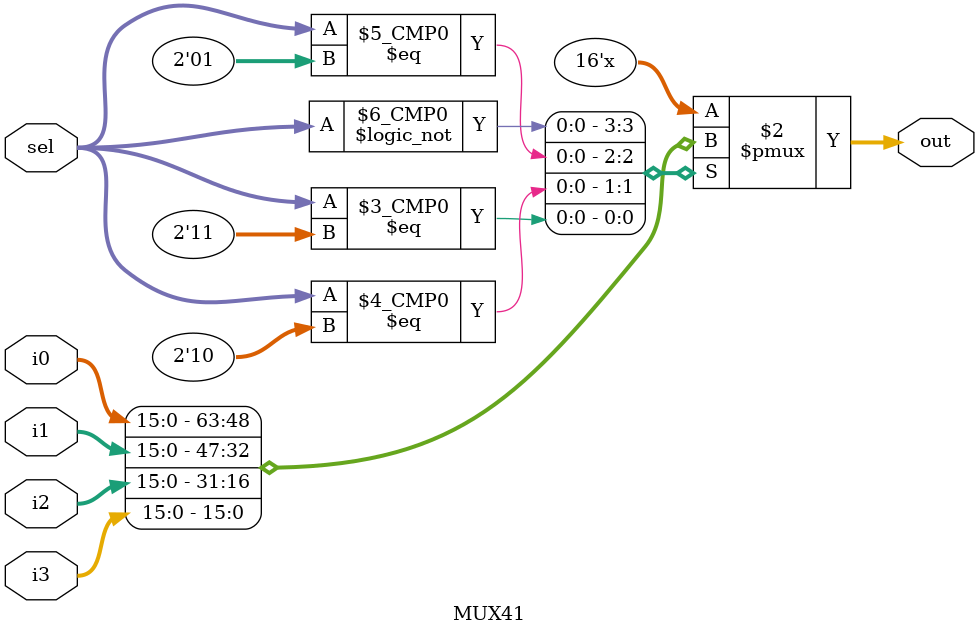
<source format=v>
module MUX41 (
    input [15:0] i0,
    input [15:0] i1,
    input [15:0] i2,
    input [15:0] i3,
    input [1:0] sel,
    output reg [15:0] out
);

always@(*)begin
    case(sel)
        0 : out <= i0;
        1 : out <= i1;
        2 : out <= i2;
        3 : out <= i3;
        default : out <= 0;

    endcase
end
    
endmodule
</source>
